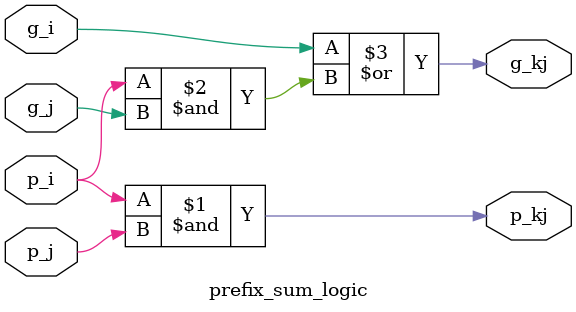
<source format=v>
module prefix_sum_logic (
    input wire p_i,       // in propagate signal from stage i
    input wire g_i,       // in generate signal from stage i
    input wire p_j,       // in propagate signal from stage j
    input wire g_j,       // in generate signal from stage j
    
    output wire p_kj,     // out combined propagate signal
    output wire g_kj      // out combined generate signal
);
    assign p_kj = p_i & p_j;
    assign g_kj = g_i | (p_i & g_j);
endmodule
</source>
